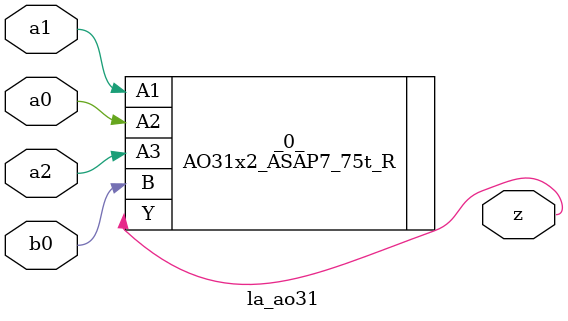
<source format=v>

/* Generated by Yosys 0.44 (git sha1 80ba43d26, g++ 11.4.0-1ubuntu1~22.04 -fPIC -O3) */

(* top =  1  *)
(* src = "inputs/la_ao31.v:10.1-22.10" *)
module la_ao31 (
    a0,
    a1,
    a2,
    b0,
    z
);
  (* src = "inputs/la_ao31.v:13.12-13.14" *)
  input a0;
  wire a0;
  (* src = "inputs/la_ao31.v:14.12-14.14" *)
  input a1;
  wire a1;
  (* src = "inputs/la_ao31.v:15.12-15.14" *)
  input a2;
  wire a2;
  (* src = "inputs/la_ao31.v:16.12-16.14" *)
  input b0;
  wire b0;
  (* src = "inputs/la_ao31.v:17.12-17.13" *)
  output z;
  wire z;
  AO31x2_ASAP7_75t_R _0_ (
      .A1(a1),
      .A2(a0),
      .A3(a2),
      .B (b0),
      .Y (z)
  );
endmodule

</source>
